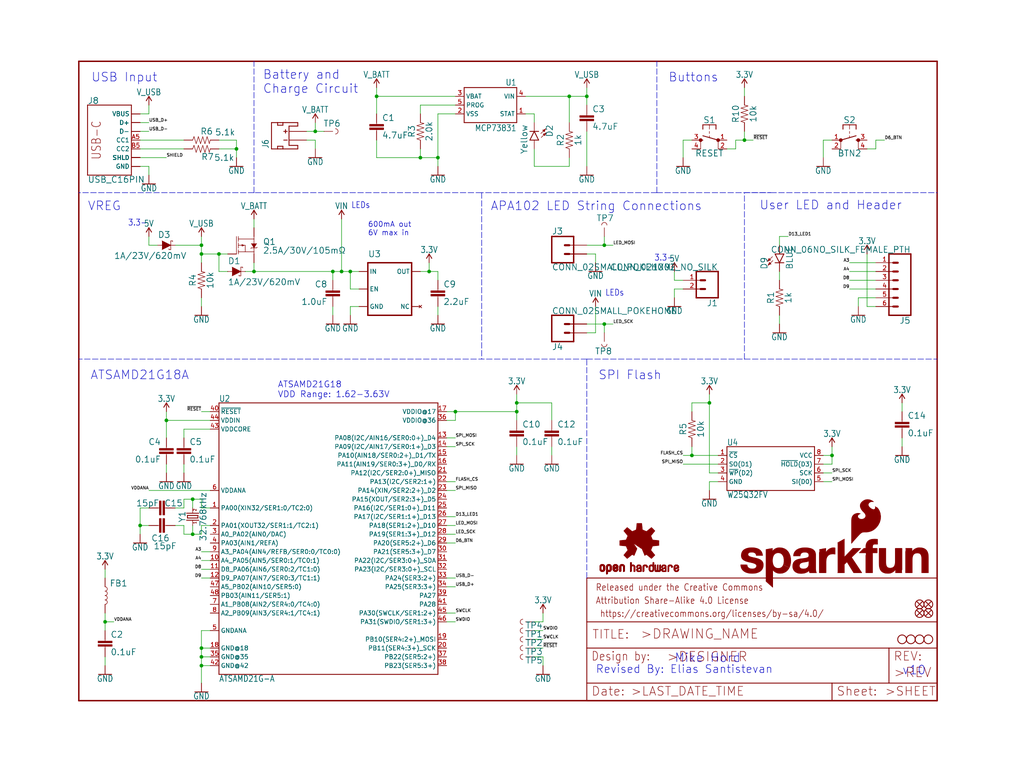
<source format=kicad_sch>
(kicad_sch (version 20211123) (generator eeschema)
  (paper "User" 297.002 224.434)
  (lib_symbols
    (symbol "eagleSchem-eagle-import:0.1UF-0603-25V-(+80{slash}-20%)"
      (property "Reference" "C" (at 1.524 2.921 0))
      (property "Value" "0.1UF-0603-25V-(+80{slash}-20%)" (at 1.524 -2.159 0))
      (symbol "0.1UF-0603-25V-(+80{slash}-20%)_1_0"
        (pin passive line (at 0 5.08 270) (length 2.54) (name "1") (number "1"))
        (pin passive line (at 0 -2.54 90) (length 2.54) (name "2") (number "2"))
      )
    )
    (symbol "eagleSchem-eagle-import:1.0UF-0805-25V-10%"
      (property "Reference" "C" (at 1.524 2.921 0))
      (property "Value" "1.0UF-0805-25V-10%" (at 1.524 -2.159 0))
      (symbol "1.0UF-0805-25V-10%_1_0"
        (pin passive line (at 0 5.08 270) (length 2.54) (name "1") (number "1"))
        (pin passive line (at 0 -2.54 90) (length 2.54) (name "2") (number "2"))
      )
    )
    (symbol "eagleSchem-eagle-import:10KOHM-0603-1{slash}10W-1%"
      (property "Reference" "R" (at 0 1.524 0))
      (property "Value" "10KOHM-0603-1{slash}10W-1%" (at 0 -1.524 0))
      (symbol "10KOHM-0603-1{slash}10W-1%_1_0"
        (pin passive line (at -5.08 0 0) (length 2.54) (name "1") (number "1"))
        (pin passive line (at 5.08 0 180) (length 2.54) (name "2") (number "2"))
      )
    )
    (symbol "eagleSchem-eagle-import:15PF-0603-50V-5%"
      (property "Reference" "C" (at 1.524 2.921 0))
      (property "Value" "15PF-0603-50V-5%" (at 1.524 -2.159 0))
      (symbol "15PF-0603-50V-5%_1_0"
        (pin passive line (at 0 5.08 270) (length 2.54) (name "1") (number "1"))
        (pin passive line (at 0 -2.54 90) (length 2.54) (name "2") (number "2"))
      )
    )
    (symbol "eagleSchem-eagle-import:1KOHM-0603-1{slash}10W-1%"
      (property "Reference" "R" (at 0 1.524 0))
      (property "Value" "1KOHM-0603-1{slash}10W-1%" (at 0 -1.524 0))
      (symbol "1KOHM-0603-1{slash}10W-1%_1_0"
        (pin passive line (at -5.08 0 0) (length 2.54) (name "1") (number "1"))
        (pin passive line (at 5.08 0 180) (length 2.54) (name "2") (number "2"))
      )
    )
    (symbol "eagleSchem-eagle-import:2.0KOHM-0603-1{slash}10W-5%"
      (property "Reference" "R" (at 0 1.524 0))
      (property "Value" "2.0KOHM-0603-1{slash}10W-5%" (at 0 -1.524 0))
      (symbol "2.0KOHM-0603-1{slash}10W-5%_1_0"
        (pin passive line (at -5.08 0 0) (length 2.54) (name "1") (number "1"))
        (pin passive line (at 5.08 0 180) (length 2.54) (name "2") (number "2"))
      )
    )
    (symbol "eagleSchem-eagle-import:2.2UF-0603-10V-20%"
      (property "Reference" "C" (at 1.524 2.921 0))
      (property "Value" "2.2UF-0603-10V-20%" (at 1.524 -2.159 0))
      (symbol "2.2UF-0603-10V-20%_1_0"
        (pin passive line (at 0 5.08 270) (length 2.54) (name "1") (number "1"))
        (pin passive line (at 0 -2.54 90) (length 2.54) (name "2") (number "2"))
      )
    )
    (symbol "eagleSchem-eagle-import:3.3V" (power)
      (property "Value" "3.3V" (at 0 2.794 0))
      (symbol "3.3V_1_0"
        (pin power_in line (at 0 0 90) (length 2.54) (name "3.3V") (number "1"))
      )
    )
    (symbol "eagleSchem-eagle-import:4.7UF-0603-6.3V-(10%)"
      (property "Reference" "C" (at 1.524 2.921 0))
      (property "Value" "4.7UF-0603-6.3V-(10%)" (at 1.524 -2.159 0))
      (symbol "4.7UF-0603-6.3V-(10%)_1_0"
        (pin passive line (at 0 5.08 270) (length 2.54) (name "1") (number "1"))
        (pin passive line (at 0 -2.54 90) (length 2.54) (name "2") (number "2"))
      )
    )
    (symbol "eagleSchem-eagle-import:5.1KOHM5.1KOHM-0603-1{slash}10W-1%"
      (property "Reference" "R" (at 0 1.524 0))
      (property "Value" "5.1KOHM5.1KOHM-0603-1{slash}10W-1%" (at 0 -1.524 0))
      (symbol "5.1KOHM5.1KOHM-0603-1{slash}10W-1%_1_0"
        (pin passive line (at -5.08 0 0) (length 2.54) (name "1") (number "1"))
        (pin passive line (at 5.08 0 180) (length 2.54) (name "2") (number "2"))
      )
    )
    (symbol "eagleSchem-eagle-import:5V" (power)
      (property "Value" "5V" (at 0 2.794 0))
      (symbol "5V_1_0"
        (pin power_in line (at 0 0 90) (length 2.54) (name "5V") (number "1"))
      )
    )
    (symbol "eagleSchem-eagle-import:ATSAMD21G-A"
      (property "Reference" "U" (at -30.48 45.974 0))
      (property "Value" "ATSAMD21G-A" (at -30.48 -33.274 0))
      (symbol "ATSAMD21G-A_1_0"
        (pin bidirectional line (at -33.02 15.24 0) (length 2.54) (name "PA00(XIN32/SER1:0/TC2:0)") (number "1"))
        (pin bidirectional line (at -33.02 0 0) (length 2.54) (name "A4_PA05(AIN5/SER0:1/TC0:1)") (number "10"))
        (pin bidirectional line (at -33.02 -2.54 0) (length 2.54) (name "D8_PA06(AIN6/SER0:2/TC1:0)") (number "11"))
        (pin bidirectional line (at -33.02 -5.08 0) (length 2.54) (name "D9_PA07(AIN7/SER0:3/TC1:1)") (number "12"))
        (pin bidirectional line (at 35.56 35.56 180) (length 2.54) (name "PA08(I2C/AIN16/SER0:0+)_D4") (number "13"))
        (pin bidirectional line (at 35.56 33.02 180) (length 2.54) (name "PA09(I2C/AIN17/SER0:1+)_D3") (number "14"))
        (pin bidirectional line (at 35.56 30.48 180) (length 2.54) (name "PA10(AIN18/SER0:2+)_D1/TX") (number "15"))
        (pin bidirectional line (at 35.56 27.94 180) (length 2.54) (name "PA11(AIN19/SER0:3+)_D0/RX") (number "16"))
        (pin bidirectional line (at 35.56 43.18 180) (length 2.54) (name "VDDIO@17") (number "17"))
        (pin bidirectional line (at -33.02 -25.4 0) (length 2.54) (name "GND@18") (number "18"))
        (pin bidirectional line (at 35.56 -22.86 180) (length 2.54) (name "PB10(SER4:2+)_MOSI") (number "19"))
        (pin bidirectional line (at -33.02 10.16 0) (length 2.54) (name "PA01(XOUT32/SER1:1/TC2:1)") (number "2"))
        (pin bidirectional line (at 35.56 -25.4 180) (length 2.54) (name "PB11(SER4:3+)_SCK") (number "20"))
        (pin bidirectional line (at 35.56 25.4 180) (length 2.54) (name "PA12(I2C/SER2:0+)_MISO") (number "21"))
        (pin bidirectional line (at 35.56 22.86 180) (length 2.54) (name "PA13(I2C/SER2:1+)") (number "22"))
        (pin bidirectional line (at 35.56 20.32 180) (length 2.54) (name "PA14(XIN/SER2:2+)_D2") (number "23"))
        (pin bidirectional line (at 35.56 17.78 180) (length 2.54) (name "PA15(XOUT/SER2:3+)_D5") (number "24"))
        (pin bidirectional line (at 35.56 15.24 180) (length 2.54) (name "PA16(I2C/SER1:0+)_D11") (number "25"))
        (pin bidirectional line (at 35.56 12.7 180) (length 2.54) (name "PA17(I2C/SER1:1+)_D13") (number "26"))
        (pin bidirectional line (at 35.56 10.16 180) (length 2.54) (name "PA18(SER1:2+)_D10") (number "27"))
        (pin bidirectional line (at 35.56 7.62 180) (length 2.54) (name "PA19(SER1:3+)_D12") (number "28"))
        (pin bidirectional line (at 35.56 5.08 180) (length 2.54) (name "PA20(SER5:2+)_D6") (number "29"))
        (pin bidirectional line (at -33.02 7.62 0) (length 2.54) (name "A0_PA02(AIN0/DAC)") (number "3"))
        (pin bidirectional line (at 35.56 2.54 180) (length 2.54) (name "PA21(SER5:3+)_D7") (number "30"))
        (pin bidirectional line (at 35.56 0 180) (length 2.54) (name "PA22(I2C/SER3:0+)_SDA") (number "31"))
        (pin bidirectional line (at 35.56 -2.54 180) (length 2.54) (name "PA23(I2C/SER3:0+)_SCL") (number "32"))
        (pin bidirectional line (at 35.56 -5.08 180) (length 2.54) (name "PA24(SER3:2+)") (number "33"))
        (pin bidirectional line (at 35.56 -7.62 180) (length 2.54) (name "PA25(SER3:3+)") (number "34"))
        (pin bidirectional line (at -33.02 -27.94 0) (length 2.54) (name "GND@35") (number "35"))
        (pin bidirectional line (at 35.56 40.64 180) (length 2.54) (name "VDDIO@36") (number "36"))
        (pin bidirectional line (at 35.56 -27.94 180) (length 2.54) (name "PB22(SER5:2+)") (number "37"))
        (pin bidirectional line (at 35.56 -30.48 180) (length 2.54) (name "PB23(SER5:3+)") (number "38"))
        (pin bidirectional line (at 35.56 -10.16 180) (length 2.54) (name "PA27") (number "39"))
        (pin bidirectional line (at -33.02 5.08 0) (length 2.54) (name "PA03(AIN1/REFA)") (number "4"))
        (pin bidirectional line (at -33.02 43.18 0) (length 2.54) (name "~{RESET}") (number "40"))
        (pin bidirectional line (at 35.56 -12.7 180) (length 2.54) (name "PA28") (number "41"))
        (pin bidirectional line (at -33.02 -30.48 0) (length 2.54) (name "GND@42") (number "42"))
        (pin bidirectional line (at -33.02 38.1 0) (length 2.54) (name "VDDCORE") (number "43"))
        (pin bidirectional line (at -33.02 40.64 0) (length 2.54) (name "VDDIN") (number "44"))
        (pin bidirectional line (at 35.56 -15.24 180) (length 2.54) (name "PA30(SWCLK/SER1:2+)") (number "45"))
        (pin bidirectional line (at 35.56 -17.78 180) (length 2.54) (name "PA31(SWDIO/SER1:3+)") (number "46"))
        (pin bidirectional line (at -33.02 -7.62 0) (length 2.54) (name "A5_PB02(AIN10/SER5:0)") (number "47"))
        (pin bidirectional line (at -33.02 -10.16 0) (length 2.54) (name "PB03(AIN11/SER5:1)") (number "48"))
        (pin bidirectional line (at -33.02 -20.32 0) (length 2.54) (name "GNDANA") (number "5"))
        (pin bidirectional line (at -33.02 20.32 0) (length 2.54) (name "VDDANA") (number "6"))
        (pin bidirectional line (at -33.02 -12.7 0) (length 2.54) (name "A1_PB08(AIN2/SER4:0/TC4:0)") (number "7"))
        (pin bidirectional line (at -33.02 -15.24 0) (length 2.54) (name "A2_PB09(AIN3/SER4:1/TC4:1)") (number "8"))
        (pin bidirectional line (at -33.02 2.54 0) (length 2.54) (name "A3_PA04(AIN4/REFB/SER0:0/TC0:0)") (number "9"))
      )
    )
    (symbol "eagleSchem-eagle-import:CONN_021X02_NO_SILK"
      (property "Reference" "J" (at -2.54 5.588 0))
      (property "Value" "CONN_021X02_NO_SILK" (at -2.54 -4.826 0))
      (symbol "CONN_021X02_NO_SILK_1_0"
        (pin passive line (at 7.62 0 180) (length 5.08) (name "1") (number "1"))
        (pin passive line (at 7.62 2.54 180) (length 5.08) (name "2") (number "2"))
      )
    )
    (symbol "eagleSchem-eagle-import:CONN_02SMALL_POKEHOME"
      (property "Reference" "J" (at -2.54 5.588 0))
      (property "Value" "CONN_02SMALL_POKEHOME" (at -2.54 -4.826 0))
      (symbol "CONN_02SMALL_POKEHOME_1_0"
        (pin passive line (at 7.62 0 180) (length 5.08) (name "1") (number "P1"))
        (pin passive line (at 7.62 2.54 180) (length 5.08) (name "2") (number "P2"))
        (pin passive line (at 7.62 0 180) (length 5.08) (name "1") (number "P3"))
        (pin passive line (at 7.62 2.54 180) (length 5.08) (name "2") (number "P4"))
      )
    )
    (symbol "eagleSchem-eagle-import:CONN_06NO_SILK_FEMALE_PTH"
      (property "Reference" "J" (at -5.08 10.668 0))
      (property "Value" "CONN_06NO_SILK_FEMALE_PTH" (at -5.08 -9.906 0))
      (symbol "CONN_06NO_SILK_FEMALE_PTH_1_0"
        (pin passive line (at 5.08 -5.08 180) (length 5.08) (name "1") (number "1"))
        (pin passive line (at 5.08 -2.54 180) (length 5.08) (name "2") (number "2"))
        (pin passive line (at 5.08 0 180) (length 5.08) (name "3") (number "3"))
        (pin passive line (at 5.08 2.54 180) (length 5.08) (name "4") (number "4"))
        (pin passive line (at 5.08 5.08 180) (length 5.08) (name "5") (number "5"))
        (pin passive line (at 5.08 7.62 180) (length 5.08) (name "6") (number "6"))
      )
    )
    (symbol "eagleSchem-eagle-import:CRYSTAL-32.768KHZSMD-3.2X1.5"
      (property "Reference" "Y" (at 0 2.032 0))
      (property "Value" "CRYSTAL-32.768KHZSMD-3.2X1.5" (at 0 -2.032 0))
      (symbol "CRYSTAL-32.768KHZSMD-3.2X1.5_1_0"
        (text "1" (at -2.159 -1.143 0) (effects (font (size 0.8636 0.734)) (justify left bottom)))
        (text "2" (at 1.524 -1.143 0) (effects (font (size 0.8636 0.734)) (justify left bottom)))
        (pin passive line (at -2.54 0 0) (length 0) (name "1") (number "P$1"))
        (pin passive line (at 2.54 0 180) (length 0) (name "2") (number "P$2"))
      )
    )
    (symbol "eagleSchem-eagle-import:DIODE-SCHOTTKY-BAT20J"
      (property "Reference" "D" (at -2.54 2.032 0))
      (property "Value" "DIODE-SCHOTTKY-BAT20J" (at -2.54 -2.032 0))
      (symbol "DIODE-SCHOTTKY-BAT20J_1_0"
        (pin passive line (at -2.54 0 0) (length 0) (name "A") (number "A"))
        (pin passive line (at 2.54 0 180) (length 0) (name "C") (number "C"))
      )
    )
    (symbol "eagleSchem-eagle-import:FIDUCIALUFIDUCIAL")
    (symbol "eagleSchem-eagle-import:FRAME-LETTER"
      (symbol "FRAME-LETTER_2_0"
        (text " https://creativecommons.org/licenses/by-sa/4.0/" (at 2.54 24.13 0) (effects (font (size 1.9304 1.6408)) (justify left bottom)))
        (text ">DESIGNER" (at 23.114 11.176 0) (effects (font (size 2.7432 2.7432)) (justify left bottom)))
        (text ">DRAWING_NAME" (at 15.494 17.78 0) (effects (font (size 2.7432 2.7432)) (justify left bottom)))
        (text ">LAST_DATE_TIME" (at 12.7 1.27 0) (effects (font (size 2.54 2.54)) (justify left bottom)))
        (text ">REV" (at 88.9 6.604 0) (effects (font (size 2.7432 2.7432)) (justify left bottom)))
        (text ">SHEET" (at 86.36 1.27 0) (effects (font (size 2.54 2.54)) (justify left bottom)))
        (text "Attribution Share-Alike 4.0 License" (at 2.54 27.94 0) (effects (font (size 1.9304 1.6408)) (justify left bottom)))
        (text "Date:" (at 1.27 1.27 0) (effects (font (size 2.54 2.54)) (justify left bottom)))
        (text "Design by:" (at 1.27 11.43 0) (effects (font (size 2.54 2.159)) (justify left bottom)))
        (text "Released under the Creative Commons" (at 2.54 31.75 0) (effects (font (size 1.9304 1.6408)) (justify left bottom)))
        (text "REV:" (at 88.9 11.43 0) (effects (font (size 2.54 2.54)) (justify left bottom)))
        (text "Sheet:" (at 72.39 1.27 0) (effects (font (size 2.54 2.54)) (justify left bottom)))
        (text "TITLE:" (at 1.524 17.78 0) (effects (font (size 2.54 2.54)) (justify left bottom)))
      )
    )
    (symbol "eagleSchem-eagle-import:GND" (power)
      (property "Value" "GND" (at 0 -0.254 0))
      (symbol "GND_1_0"
        (pin power_in line (at 0 2.54 270) (length 2.54) (name "GND") (number "1"))
      )
    )
    (symbol "eagleSchem-eagle-import:INDUCTORFB-30OHM"
      (property "Reference" "L" (at 1.27 2.54 0))
      (property "Value" "INDUCTORFB-30OHM" (at 1.27 -2.54 0))
      (symbol "INDUCTORFB-30OHM_1_0"
        (pin passive line (at 0 5.08 270) (length 2.54) (name "1") (number "1"))
        (pin passive line (at 0 -5.08 90) (length 2.54) (name "2") (number "2"))
      )
    )
    (symbol "eagleSchem-eagle-import:JST_2MM_MALE"
      (property "Reference" "J" (at -2.54 5.842 0))
      (symbol "JST_2MM_MALE_1_0"
        (pin bidirectional line (at 0 -5.08 90) (length 5.08) (name "-") (number "1"))
        (pin bidirectional line (at 2.54 -5.08 90) (length 5.08) (name "+") (number "2"))
        (pin bidirectional line (at -2.54 2.54 90) (length 0) (name "PAD1") (number "NC1"))
        (pin bidirectional line (at 5.08 2.54 90) (length 0) (name "PAD2") (number "NC2"))
      )
    )
    (symbol "eagleSchem-eagle-import:LED-BLUE0603"
      (property "Reference" "D" (at -3.429 -4.572 90))
      (property "Value" "LED-BLUE0603" (at 1.905 -4.572 90))
      (symbol "LED-BLUE0603_1_0"
        (pin passive line (at 0 2.54 270) (length 2.54) (name "A") (number "A"))
        (pin passive line (at 0 -5.08 90) (length 2.54) (name "C") (number "C"))
      )
    )
    (symbol "eagleSchem-eagle-import:LED-YELLOW0603"
      (property "Reference" "D" (at -3.429 -4.572 90))
      (property "Value" "LED-YELLOW0603" (at 1.905 -4.572 90))
      (symbol "LED-YELLOW0603_1_0"
        (pin passive line (at 0 2.54 270) (length 2.54) (name "A") (number "A"))
        (pin passive line (at 0 -5.08 90) (length 2.54) (name "C") (number "C"))
      )
    )
    (symbol "eagleSchem-eagle-import:MCP73831"
      (property "Reference" "U" (at -7.62 5.588 0))
      (property "Value" "MCP73831" (at -7.62 -7.62 0))
      (symbol "MCP73831_1_0"
        (pin output line (at -10.16 -2.54 0) (length 2.54) (name "STAT") (number "1"))
        (pin power_in line (at 10.16 -2.54 180) (length 2.54) (name "VSS") (number "2"))
        (pin power_in line (at 10.16 2.54 180) (length 2.54) (name "VBAT") (number "3"))
        (pin power_in line (at -10.16 2.54 0) (length 2.54) (name "VIN") (number "4"))
        (pin input line (at 10.16 0 180) (length 2.54) (name "PROG") (number "5"))
      )
    )
    (symbol "eagleSchem-eagle-import:MOMENTARY-SWITCH-SPST-2-SMD-4.6X2.8MM"
      (property "Reference" "S" (at 0 4.826 0))
      (property "Value" "MOMENTARY-SWITCH-SPST-2-SMD-4.6X2.8MM" (at 0 -2.794 0))
      (symbol "MOMENTARY-SWITCH-SPST-2-SMD-4.6X2.8MM_1_0"
        (pin passive line (at -5.08 0 0) (length 2.54) (name "1") (number "1"))
        (pin passive line (at -5.08 -2.54 0) (length 2.54) (name "2") (number "2"))
        (pin passive line (at 5.08 0 180) (length 2.54) (name "3") (number "3"))
        (pin passive line (at 5.08 -2.54 180) (length 2.54) (name "4") (number "4"))
      )
    )
    (symbol "eagleSchem-eagle-import:MOSFET_PCH-DMG2307L"
      (property "Reference" "Q" (at 5.08 0 0))
      (property "Value" "MOSFET_PCH-DMG2307L" (at 5.08 -2.54 0))
      (symbol "MOSFET_PCH-DMG2307L_1_0"
        (pin bidirectional line (at -5.08 -2.54 0) (length 2.54) (name "G") (number "1"))
        (pin bidirectional line (at 2.54 -5.08 90) (length 2.54) (name "S") (number "2"))
        (pin bidirectional line (at 2.54 5.08 270) (length 2.54) (name "D") (number "3"))
      )
    )
    (symbol "eagleSchem-eagle-import:OSHW-LOGOM")
    (symbol "eagleSchem-eagle-import:SFE_LOGO_NAME_FLAME.2_INCH")
    (symbol "eagleSchem-eagle-import:STAND-OFF")
    (symbol "eagleSchem-eagle-import:TEST-POINT3X4"
      (property "Reference" "TP" (at -2.54 2.54 0))
      (property "Value" "TEST-POINT3X4" (at -2.54 -2.54 0))
      (symbol "TEST-POINT3X4_1_0"
        (pin bidirectional line (at 0 0 180) (length 0) (name "1") (number "P$1"))
      )
    )
    (symbol "eagleSchem-eagle-import:TEST-POINT3X5"
      (property "Reference" "TP" (at -2.54 2.54 0))
      (property "Value" "TEST-POINT3X5" (at -2.54 -2.54 0))
      (symbol "TEST-POINT3X5_1_0"
        (pin bidirectional line (at 0 0 180) (length 0) (name "1") (number "P$1"))
      )
    )
    (symbol "eagleSchem-eagle-import:USB_C16PIN"
      (property "Reference" "J" (at -2.54 10.414 0))
      (property "Value" "USB_C16PIN" (at -2.54 -12.446 0))
      (symbol "USB_C16PIN_1_0"
        (text "USB-C" (at 0 0 900) (effects (font (size 2.54 2.159))))
        (pin bidirectional line (at 12.7 0 180) (length 2.54) (name "CC1") (number "A5"))
        (pin bidirectional line (at 12.7 5.08 180) (length 2.54) (name "D+") (number "A6"))
        (pin bidirectional line (at 12.7 2.54 180) (length 2.54) (name "D-") (number "A7"))
        (pin bidirectional line (at 12.7 -2.54 180) (length 2.54) (name "CC2") (number "B5"))
        (pin bidirectional line (at 12.7 5.08 180) (length 2.54) (name "D+") (number "B6"))
        (pin bidirectional line (at 12.7 2.54 180) (length 2.54) (name "D-") (number "B7"))
        (pin bidirectional line (at 12.7 -7.62 180) (length 2.54) (name "GND") (number "GND"))
        (pin bidirectional line (at 12.7 -7.62 180) (length 2.54) (name "GND") (number "GND2"))
        (pin bidirectional line (at 12.7 -5.08 180) (length 2.54) (name "SHLD") (number "SHLD1"))
        (pin bidirectional line (at 12.7 -5.08 180) (length 2.54) (name "SHLD") (number "SHLD2"))
        (pin bidirectional line (at 12.7 -5.08 180) (length 2.54) (name "SHLD") (number "SHLD3"))
        (pin bidirectional line (at 12.7 -5.08 180) (length 2.54) (name "SHLD") (number "SHLD4"))
        (pin bidirectional line (at 12.7 -5.08 180) (length 2.54) (name "SHLD") (number "SHLD5"))
        (pin bidirectional line (at 12.7 -5.08 180) (length 2.54) (name "SHLD") (number "SHLD6"))
        (pin bidirectional line (at 12.7 -5.08 180) (length 2.54) (name "SHLD") (number "SHLD7"))
        (pin bidirectional line (at 12.7 -5.08 180) (length 2.54) (name "SHLD") (number "SHLD8"))
        (pin bidirectional line (at 12.7 7.62 180) (length 2.54) (name "VBUS") (number "VBUS1"))
        (pin bidirectional line (at 12.7 7.62 180) (length 2.54) (name "VBUS") (number "VBUS2"))
      )
    )
    (symbol "eagleSchem-eagle-import:VIN" (power)
      (property "Value" "VIN" (at 0 2.794 0))
      (symbol "VIN_1_0"
        (pin power_in line (at 0 0 90) (length 2.54) (name "VIN") (number "1"))
      )
    )
    (symbol "eagleSchem-eagle-import:V_BATT" (power)
      (property "Value" "V_BATT" (at 0 2.794 0))
      (symbol "V_BATT_1_0"
        (pin power_in line (at 0 0 90) (length 2.54) (name "V_BATT") (number "1"))
      )
    )
    (symbol "eagleSchem-eagle-import:V_REG_AP2112K-3.3V"
      (property "Reference" "U" (at -7.62 7.874 0))
      (property "Value" "V_REG_AP2112K-3.3V" (at -7.62 -7.874 0))
      (symbol "V_REG_AP2112K-3.3V_1_0"
        (pin input line (at -10.16 5.08 0) (length 2.54) (name "IN") (number "1"))
        (pin input line (at -10.16 -5.08 0) (length 2.54) (name "GND") (number "2"))
        (pin input line (at -10.16 0 0) (length 2.54) (name "EN") (number "3"))
        (pin no_connect line (at 7.62 -5.08 180) (length 2.54) (name "NC") (number "4"))
        (pin passive line (at 7.62 5.08 180) (length 2.54) (name "OUT") (number "5"))
      )
    )
    (symbol "eagleSchem-eagle-import:V_USB" (power)
      (property "Value" "V_USB" (at 0 2.794 0))
      (symbol "V_USB_1_0"
        (pin power_in line (at 0 0 90) (length 2.54) (name "V_USB") (number "1"))
      )
    )
    (symbol "eagleSchem-eagle-import:W25Q32FVSS"
      (property "Reference" "U" (at -12.7 5.334 0))
      (property "Value" "W25Q32FVSS" (at -12.7 -7.874 0))
      (symbol "W25Q32FVSS_1_0"
        (pin bidirectional line (at -15.24 2.54 0) (length 2.54) (name "~{CS}") (number "1"))
        (pin bidirectional line (at -15.24 0 0) (length 2.54) (name "SO(D1)") (number "2"))
        (pin bidirectional line (at -15.24 -2.54 0) (length 2.54) (name "~{WP}(D2)") (number "3"))
        (pin bidirectional line (at -15.24 -5.08 0) (length 2.54) (name "GND") (number "4"))
        (pin bidirectional line (at 15.24 -5.08 180) (length 2.54) (name "SI(D0)") (number "5"))
        (pin bidirectional line (at 15.24 -2.54 180) (length 2.54) (name "SCK") (number "6"))
        (pin bidirectional line (at 15.24 0 180) (length 2.54) (name "~{HOLD}(D3)") (number "7"))
        (pin bidirectional line (at 15.24 2.54 180) (length 2.54) (name "VCC") (number "8"))
      )
    )
  )
  (junction (at 58.42 73.66))
  (junction (at 58.42 193.04))
  (junction (at 58.42 187.96))
  (junction (at 63.5 73.66))
  (junction (at 73.66 78.74))
  (junction (at 58.42 190.5))
  (junction (at 200.66 132.08))
  (junction (at 127 45.72))
  (junction (at 48.26 121.92))
  (junction (at 132.08 119.38))
  (junction (at 241.3 132.08))
  (junction (at 165.1 27.94))
  (junction (at 55.88 144.78))
  (junction (at 101.6 78.74))
  (junction (at 68.58 43.18))
  (junction (at 30.48 180.34))
  (junction (at 91.44 38.1))
  (junction (at 175.26 71.12))
  (junction (at 149.86 116.84))
  (junction (at 215.9 40.64))
  (junction (at 170.18 27.94))
  (junction (at 205.74 116.84))
  (junction (at 96.52 78.74))
  (junction (at 175.26 93.98))
  (junction (at 109.22 27.94))
  (junction (at 121.92 45.72))
  (junction (at 99.06 78.74))
  (junction (at 58.42 71.12))
  (junction (at 124.46 78.74))
  (junction (at 149.86 119.38))
  (junction (at 40.64 152.4))
  (junction (at 55.88 154.94))
  (wire (pts (xy 99.06 63.5) (xy 99.06 78.74)))
  (wire (pts (xy 165.1 48.26) (xy 165.1 45.72)))
  (wire (pts (xy 132.08 121.92) (xy 132.08 119.38)))
  (wire (pts (xy 261.62 129.54) (xy 261.62 127)))
  (wire (pts (xy 48.26 137.16) (xy 48.26 134.62)))
  (wire (pts (xy 154.94 43.18) (xy 154.94 48.26)))
  (wire (pts (xy 195.58 83.82) (xy 195.58 86.36)))
  (wire (pts (xy 170.18 73.66) (xy 172.72 73.66)))
  (wire (pts (xy 48.26 121.92) (xy 48.26 127)))
  (wire (pts (xy 53.34 147.32) (xy 50.8 147.32)))
  (wire (pts (xy 88.9 38.1) (xy 91.44 38.1)))
  (wire (pts (xy 175.26 96.52) (xy 175.26 93.98)))
  (wire (pts (xy 198.12 81.28) (xy 195.58 81.28)))
  (wire (pts (xy 154.94 187.96) (xy 157.48 187.96)))
  (wire (pts (xy 149.86 116.84) (xy 149.86 114.3)))
  (wire (pts (xy 165.1 35.56) (xy 165.1 27.94)))
  (wire (pts (xy 254 86.36) (xy 248.92 86.36)))
  (wire (pts (xy 40.64 152.4) (xy 40.64 154.94)))
  (wire (pts (xy 172.72 73.66) (xy 172.72 76.2)))
  (wire (pts (xy 200.66 40.64) (xy 198.12 40.64)))
  (wire (pts (xy 60.96 124.46) (xy 53.34 124.46)))
  (wire (pts (xy 104.14 88.9) (xy 101.6 88.9)))
  (wire (pts (xy 226.06 68.58) (xy 228.6 68.58)))
  (wire (pts (xy 129.54 142.24) (xy 132.08 142.24)))
  (wire (pts (xy 53.34 154.94) (xy 53.34 152.4)))
  (wire (pts (xy 58.42 88.9) (xy 58.42 86.36)))
  (wire (pts (xy 58.42 144.78) (xy 55.88 144.78)))
  (wire (pts (xy 154.94 48.26) (xy 165.1 48.26)))
  (wire (pts (xy 60.96 187.96) (xy 58.42 187.96)))
  (wire (pts (xy 58.42 190.5) (xy 58.42 193.04)))
  (wire (pts (xy 40.64 43.18) (xy 53.34 43.18)))
  (wire (pts (xy 55.88 144.78) (xy 53.34 144.78)))
  (wire (pts (xy 121.92 33.02) (xy 121.92 30.48)))
  (wire (pts (xy 58.42 154.94) (xy 55.88 154.94)))
  (wire (pts (xy 68.58 43.18) (xy 68.58 45.72)))
  (wire (pts (xy 60.96 190.5) (xy 58.42 190.5)))
  (polyline (pts (xy 139.7 55.88) (xy 139.7 104.14)))
  (wire (pts (xy 198.12 40.64) (xy 198.12 45.72)))
  (wire (pts (xy 63.5 40.64) (xy 68.58 40.64)))
  (wire (pts (xy 88.9 40.64) (xy 91.44 40.64)))
  (wire (pts (xy 175.26 71.12) (xy 175.26 68.58)))
  (wire (pts (xy 55.88 147.32) (xy 55.88 144.78)))
  (wire (pts (xy 33.02 180.34) (xy 30.48 180.34)))
  (wire (pts (xy 127 33.02) (xy 127 45.72)))
  (wire (pts (xy 129.54 119.38) (xy 132.08 119.38)))
  (wire (pts (xy 101.6 83.82) (xy 101.6 78.74)))
  (wire (pts (xy 104.14 78.74) (xy 101.6 78.74)))
  (wire (pts (xy 170.18 48.26) (xy 170.18 38.1)))
  (wire (pts (xy 60.96 142.24) (xy 43.18 142.24)))
  (wire (pts (xy 238.76 139.7) (xy 241.3 139.7)))
  (wire (pts (xy 154.94 185.42) (xy 157.48 185.42)))
  (wire (pts (xy 238.76 137.16) (xy 241.3 137.16)))
  (wire (pts (xy 124.46 78.74) (xy 127 78.74)))
  (wire (pts (xy 63.5 73.66) (xy 66.04 73.66)))
  (wire (pts (xy 43.18 68.58) (xy 43.18 71.12)))
  (wire (pts (xy 157.48 190.5) (xy 157.48 193.04)))
  (wire (pts (xy 170.18 93.98) (xy 175.26 93.98)))
  (wire (pts (xy 210.82 43.18) (xy 213.36 43.18)))
  (wire (pts (xy 43.18 33.02) (xy 43.18 30.48)))
  (polyline (pts (xy 215.9 104.14) (xy 271.78 104.14)))
  (wire (pts (xy 40.64 48.26) (xy 43.18 48.26)))
  (wire (pts (xy 127 45.72) (xy 127 48.26)))
  (wire (pts (xy 251.46 88.9) (xy 251.46 73.66)))
  (wire (pts (xy 129.54 170.18) (xy 132.08 170.18)))
  (wire (pts (xy 261.62 116.84) (xy 261.62 119.38)))
  (wire (pts (xy 63.5 78.74) (xy 63.5 73.66)))
  (wire (pts (xy 241.3 134.62) (xy 241.3 132.08)))
  (wire (pts (xy 226.06 93.98) (xy 226.06 91.44)))
  (polyline (pts (xy 190.5 55.88) (xy 223.52 55.88)))
  (wire (pts (xy 215.9 40.64) (xy 218.44 40.64)))
  (wire (pts (xy 170.18 71.12) (xy 175.26 71.12)))
  (wire (pts (xy 154.94 33.02) (xy 154.94 35.56)))
  (polyline (pts (xy 190.5 55.88) (xy 190.5 17.78)))
  (wire (pts (xy 170.18 27.94) (xy 170.18 30.48)))
  (wire (pts (xy 149.86 119.38) (xy 149.86 116.84)))
  (wire (pts (xy 213.36 40.64) (xy 215.9 40.64)))
  (wire (pts (xy 60.96 121.92) (xy 48.26 121.92)))
  (wire (pts (xy 109.22 45.72) (xy 109.22 40.64)))
  (wire (pts (xy 149.86 116.84) (xy 160.02 116.84)))
  (wire (pts (xy 213.36 43.18) (xy 213.36 40.64)))
  (wire (pts (xy 172.72 96.52) (xy 172.72 88.9)))
  (polyline (pts (xy 190.5 55.88) (xy 139.7 55.88)))
  (wire (pts (xy 43.18 35.56) (xy 40.64 35.56)))
  (wire (pts (xy 127 91.44) (xy 127 88.9)))
  (polyline (pts (xy 223.52 55.88) (xy 271.78 55.88)))
  (wire (pts (xy 55.88 152.4) (xy 55.88 154.94)))
  (wire (pts (xy 200.66 119.38) (xy 200.66 116.84)))
  (wire (pts (xy 73.66 78.74) (xy 96.52 78.74)))
  (wire (pts (xy 40.64 45.72) (xy 48.26 45.72)))
  (wire (pts (xy 205.74 139.7) (xy 205.74 142.24)))
  (wire (pts (xy 160.02 132.08) (xy 160.02 129.54)))
  (wire (pts (xy 58.42 76.2) (xy 58.42 73.66)))
  (wire (pts (xy 129.54 154.94) (xy 132.08 154.94)))
  (wire (pts (xy 238.76 40.64) (xy 238.76 45.72)))
  (wire (pts (xy 121.92 45.72) (xy 121.92 43.18)))
  (wire (pts (xy 53.34 152.4) (xy 50.8 152.4)))
  (wire (pts (xy 58.42 182.88) (xy 58.42 187.96)))
  (wire (pts (xy 129.54 180.34) (xy 132.08 180.34)))
  (wire (pts (xy 121.92 78.74) (xy 124.46 78.74)))
  (wire (pts (xy 40.64 33.02) (xy 43.18 33.02)))
  (wire (pts (xy 200.66 116.84) (xy 205.74 116.84)))
  (wire (pts (xy 215.9 38.1) (xy 215.9 40.64)))
  (wire (pts (xy 157.48 180.34) (xy 157.48 177.8)))
  (wire (pts (xy 101.6 78.74) (xy 99.06 78.74)))
  (polyline (pts (xy 215.9 104.14) (xy 215.9 55.88)))
  (wire (pts (xy 200.66 132.08) (xy 198.12 132.08)))
  (wire (pts (xy 109.22 25.4) (xy 109.22 27.94)))
  (wire (pts (xy 200.66 129.54) (xy 200.66 132.08)))
  (wire (pts (xy 58.42 187.96) (xy 58.42 190.5)))
  (wire (pts (xy 154.94 190.5) (xy 157.48 190.5)))
  (wire (pts (xy 60.96 147.32) (xy 58.42 147.32)))
  (wire (pts (xy 175.26 71.12) (xy 177.8 71.12)))
  (wire (pts (xy 43.18 48.26) (xy 43.18 50.8)))
  (wire (pts (xy 254 83.82) (xy 246.38 83.82)))
  (wire (pts (xy 208.28 134.62) (xy 198.12 134.62)))
  (wire (pts (xy 254 78.74) (xy 246.38 78.74)))
  (wire (pts (xy 195.58 81.28) (xy 195.58 78.74)))
  (wire (pts (xy 101.6 88.9) (xy 101.6 91.44)))
  (polyline (pts (xy 215.9 55.88) (xy 223.52 55.88)))
  (wire (pts (xy 129.54 127) (xy 132.08 127)))
  (wire (pts (xy 58.42 71.12) (xy 58.42 73.66)))
  (polyline (pts (xy 170.18 167.64) (xy 170.18 104.14)))
  (wire (pts (xy 154.94 180.34) (xy 157.48 180.34)))
  (wire (pts (xy 254 40.64) (xy 256.54 40.64)))
  (wire (pts (xy 91.44 38.1) (xy 91.44 35.56)))
  (wire (pts (xy 170.18 96.52) (xy 172.72 96.52)))
  (wire (pts (xy 91.44 40.64) (xy 91.44 43.18)))
  (wire (pts (xy 129.54 129.54) (xy 132.08 129.54)))
  (wire (pts (xy 104.14 83.82) (xy 101.6 83.82)))
  (wire (pts (xy 248.92 86.36) (xy 248.92 88.9)))
  (wire (pts (xy 53.34 124.46) (xy 53.34 127)))
  (wire (pts (xy 238.76 134.62) (xy 241.3 134.62)))
  (wire (pts (xy 198.12 83.82) (xy 195.58 83.82)))
  (wire (pts (xy 132.08 119.38) (xy 149.86 119.38)))
  (wire (pts (xy 60.96 182.88) (xy 58.42 182.88)))
  (wire (pts (xy 60.96 152.4) (xy 58.42 152.4)))
  (wire (pts (xy 132.08 33.02) (xy 127 33.02)))
  (wire (pts (xy 60.96 160.02) (xy 58.42 160.02)))
  (wire (pts (xy 30.48 180.34) (xy 30.48 177.8)))
  (wire (pts (xy 121.92 45.72) (xy 109.22 45.72)))
  (wire (pts (xy 66.04 78.74) (xy 63.5 78.74)))
  (wire (pts (xy 241.3 40.64) (xy 238.76 40.64)))
  (wire (pts (xy 109.22 27.94) (xy 132.08 27.94)))
  (wire (pts (xy 63.5 43.18) (xy 68.58 43.18)))
  (polyline (pts (xy 73.66 55.88) (xy 22.86 55.88)))
  (polyline (pts (xy 170.18 104.14) (xy 215.9 104.14)))
  (wire (pts (xy 170.18 25.4) (xy 170.18 27.94)))
  (wire (pts (xy 60.96 167.64) (xy 58.42 167.64)))
  (wire (pts (xy 127 78.74) (xy 127 81.28)))
  (wire (pts (xy 251.46 43.18) (xy 254 43.18)))
  (wire (pts (xy 165.1 27.94) (xy 152.4 27.94)))
  (wire (pts (xy 208.28 132.08) (xy 200.66 132.08)))
  (wire (pts (xy 109.22 33.02) (xy 109.22 27.94)))
  (wire (pts (xy 96.52 88.9) (xy 96.52 91.44)))
  (wire (pts (xy 175.26 93.98) (xy 177.8 93.98)))
  (wire (pts (xy 129.54 167.64) (xy 132.08 167.64)))
  (wire (pts (xy 129.54 177.8) (xy 132.08 177.8)))
  (wire (pts (xy 58.42 193.04) (xy 58.42 198.12)))
  (wire (pts (xy 30.48 182.88) (xy 30.48 180.34)))
  (polyline (pts (xy 170.18 104.14) (xy 22.86 104.14)))
  (wire (pts (xy 124.46 78.74) (xy 124.46 76.2)))
  (wire (pts (xy 73.66 78.74) (xy 73.66 76.2)))
  (wire (pts (xy 149.86 132.08) (xy 149.86 129.54)))
  (wire (pts (xy 30.48 193.04) (xy 30.48 190.5)))
  (wire (pts (xy 50.8 71.12) (xy 58.42 71.12)))
  (wire (pts (xy 55.88 154.94) (xy 53.34 154.94)))
  (wire (pts (xy 96.52 78.74) (xy 96.52 81.28)))
  (wire (pts (xy 129.54 139.7) (xy 132.08 139.7)))
  (wire (pts (xy 254 43.18) (xy 254 40.64)))
  (wire (pts (xy 129.54 152.4) (xy 132.08 152.4)))
  (wire (pts (xy 68.58 40.64) (xy 68.58 43.18)))
  (wire (pts (xy 60.96 119.38) (xy 58.42 119.38)))
  (wire (pts (xy 99.06 78.74) (xy 96.52 78.74)))
  (wire (pts (xy 127 45.72) (xy 121.92 45.72)))
  (wire (pts (xy 129.54 149.86) (xy 132.08 149.86)))
  (wire (pts (xy 208.28 139.7) (xy 205.74 139.7)))
  (wire (pts (xy 58.42 147.32) (xy 58.42 144.78)))
  (wire (pts (xy 226.06 81.28) (xy 226.06 78.74)))
  (wire (pts (xy 238.76 132.08) (xy 241.3 132.08)))
  (wire (pts (xy 121.92 30.48) (xy 132.08 30.48)))
  (wire (pts (xy 208.28 137.16) (xy 205.74 137.16)))
  (wire (pts (xy 129.54 157.48) (xy 132.08 157.48)))
  (wire (pts (xy 205.74 137.16) (xy 205.74 116.84)))
  (wire (pts (xy 40.64 147.32) (xy 40.64 152.4)))
  (wire (pts (xy 160.02 116.84) (xy 160.02 121.92)))
  (wire (pts (xy 58.42 152.4) (xy 58.42 154.94)))
  (wire (pts (xy 149.86 119.38) (xy 149.86 121.92)))
  (wire (pts (xy 43.18 147.32) (xy 40.64 147.32)))
  (wire (pts (xy 254 81.28) (xy 246.38 81.28)))
  (wire (pts (xy 254 88.9) (xy 251.46 88.9)))
  (wire (pts (xy 58.42 68.58) (xy 58.42 71.12)))
  (wire (pts (xy 60.96 193.04) (xy 58.42 193.04)))
  (wire (pts (xy 43.18 71.12) (xy 45.72 71.12)))
  (wire (pts (xy 48.26 121.92) (xy 48.26 119.38)))
  (wire (pts (xy 93.98 38.1) (xy 91.44 38.1)))
  (wire (pts (xy 30.48 167.64) (xy 30.48 165.1)))
  (wire (pts (xy 215.9 25.4) (xy 215.9 27.94)))
  (wire (pts (xy 205.74 116.84) (xy 205.74 114.3)))
  (wire (pts (xy 60.96 165.1) (xy 58.42 165.1)))
  (wire (pts (xy 154.94 182.88) (xy 157.48 182.88)))
  (wire (pts (xy 152.4 33.02) (xy 154.94 33.02)))
  (wire (pts (xy 165.1 27.94) (xy 170.18 27.94)))
  (wire (pts (xy 53.34 40.64) (xy 40.64 40.64)))
  (wire (pts (xy 254 76.2) (xy 246.38 76.2)))
  (wire (pts (xy 43.18 38.1) (xy 40.64 38.1)))
  (wire (pts (xy 71.12 78.74) (xy 73.66 78.74)))
  (wire (pts (xy 58.42 73.66) (xy 63.5 73.66)))
  (wire (pts (xy 43.18 152.4) (xy 40.64 152.4)))
  (wire (pts (xy 73.66 63.5) (xy 73.66 66.04)))
  (polyline (pts (xy 73.66 55.88) (xy 73.66 17.78)))
  (wire (pts (xy 53.34 134.62) (xy 53.34 137.16)))
  (polyline (pts (xy 139.7 55.88) (xy 73.66 55.88)))
  (wire (pts (xy 129.54 121.92) (xy 132.08 121.92)))
  (wire (pts (xy 60.96 162.56) (xy 58.42 162.56)))
  (wire (pts (xy 226.06 71.12) (xy 226.06 68.58)))
  (wire (pts (xy 53.34 144.78) (xy 53.34 147.32)))
  (wire (pts (xy 241.3 132.08) (xy 241.3 129.54)))
  (text "ATSAMD21G18A" (at 26.162 107.442 180) (effects (font (size 2.54 2.54)) (justify left top)))
  (text "ATSAMD21G18\nVDD Range: 1.62-3.63V" (at 80.518 115.57 180) (effects (font (size 1.778 1.778)) (justify left bottom)))
  (text "USB Input" (at 26.416 21.082 180) (effects (font (size 2.54 2.54)) (justify left top)))
  (text "Buttons" (at 193.802 21.082 180) (effects (font (size 2.54 2.54)) (justify left top)))
  (text "VREG" (at 25.4 58.42 180) (effects (font (size 2.54 2.54)) (justify left top)))
  (text "LEDs" (at 175.514 86.106 180) (effects (font (size 1.778 1.5113)) (justify left bottom)))
  (text "LEDs" (at 101.854 60.706 180) (effects (font (size 1.778 1.5113)) (justify left bottom)))
  (text "User LED and Header" (at 220.218 58.166 180) (effects (font (size 2.54 2.54)) (justify left top)))
  (text "Revised By: Elias Santistevan" (at 172.72 195.58 180) (effects (font (size 2.286 2.286)) (justify left bottom)))
  (text "SPI Flash" (at 173.482 107.442 180) (effects (font (size 2.54 2.54)) (justify left top)))
  (text "Battery and\nCharge Circuit" (at 76.2 20.32 180) (effects (font (size 2.54 2.54)) (justify left top)))
  (text "v10" (at 261.62 193.04 180) (effects (font (size 2.54 2.54)) (justify left top)))
  (text "Mike Hord" (at 195.58 189.484 180) (effects (font (size 2.54 2.54)) (justify left top)))
  (text "3.3-" (at 189.738 75.946 180) (effects (font (size 1.778 1.5113)) (justify left bottom)))
  (text "3.3-" (at 37.084 65.786 180) (effects (font (size 1.778 1.5113)) (justify left bottom)))
  (text "APA102 LED String Connections" (at 142.24 58.42 180) (effects (font (size 2.54 2.54)) (justify left top)))
  (text "600mA out\n6V max in" (at 106.68 68.58 180) (effects (font (size 1.524 1.524)) (justify left bottom)))
  (label "USB_D+" (at 43.18 35.56 0) (effects (font (size 0.889 0.889))))
  (label "FLASH_CS" (at 198.12 132.08 180) (effects (font (size 0.889 0.889))))
  (label "A4" (at 58.42 162.56 180) (effects (font (size 0.889 0.889))))
  (label "LED_SCK" (at 177.8 93.98 0) (effects (font (size 0.889 0.889))))
  (label "VDDANA" (at 43.18 142.24 180) (effects (font (size 0.889 0.889))))
  (label "LED_MOSI" (at 177.8 71.12 0) (effects (font (size 0.889 0.889))))
  (label "D13_LED1" (at 228.6 68.58 0) (effects (font (size 0.889 0.889))))
  (label "USB_D-" (at 132.08 167.64 0) (effects (font (size 0.889 0.889))))
  (label "USB_D+" (at 132.08 170.18 0) (effects (font (size 0.889 0.889))))
  (label "SHIELD" (at 48.26 45.72 0) (effects (font (size 0.889 0.889))))
  (label "SPI_MOSI" (at 132.08 127 0) (effects (font (size 0.889 0.889))))
  (label "VDDANA" (at 33.02 180.34 0) (effects (font (size 0.889 0.889))))
  (label "SPI_MISO" (at 198.12 134.62 180) (effects (font (size 0.889 0.889))))
  (label "D8" (at 246.38 81.28 180) (effects (font (size 0.889 0.889))))
  (label "~{RESET}" (at 218.44 40.64 0) (effects (font (size 0.889 0.889))))
  (label "SPI_SCK" (at 132.08 129.54 0) (effects (font (size 0.889 0.889))))
  (label "D8" (at 58.42 165.1 180) (effects (font (size 0.889 0.889))))
  (label "A3" (at 246.38 76.2 180) (effects (font (size 0.889 0.889))))
  (label "A4" (at 246.38 78.74 180) (effects (font (size 0.889 0.889))))
  (label "SPI_SCK" (at 241.3 137.16 0) (effects (font (size 0.889 0.889))))
  (label "SWDIO" (at 132.08 180.34 0) (effects (font (size 0.889 0.889))))
  (label "~{RESET}" (at 157.48 187.96 0) (effects (font (size 0.889 0.889))))
  (label "LED_MOSI" (at 132.08 152.4 0) (effects (font (size 0.889 0.889))))
  (label "D6_BTN" (at 132.08 157.48 0) (effects (font (size 0.889 0.889))))
  (label "D9" (at 58.42 167.64 180) (effects (font (size 0.889 0.889))))
  (label "SPI_MISO" (at 132.08 142.24 0) (effects (font (size 0.889 0.889))))
  (label "D9" (at 246.38 83.82 180) (effects (font (size 0.889 0.889))))
  (label "SWCLK" (at 132.08 177.8 0) (effects (font (size 0.889 0.889))))
  (label "A3" (at 58.42 160.02 180) (effects (font (size 0.889 0.889))))
  (label "FLASH_CS" (at 132.08 139.7 0) (effects (font (size 0.889 0.889))))
  (label "SWCLK" (at 157.48 185.42 0) (effects (font (size 0.889 0.889))))
  (label "LED_SCK" (at 132.08 154.94 0) (effects (font (size 0.889 0.889))))
  (label "D6_BTN" (at 256.54 40.64 0) (effects (font (size 0.889 0.889))))
  (label "SPI_MOSI" (at 241.3 139.7 0) (effects (font (size 0.889 0.889))))
  (label "D13_LED1" (at 132.08 149.86 0) (effects (font (size 0.889 0.889))))
  (label "SWDIO" (at 157.48 182.88 0) (effects (font (size 0.889 0.889))))
  (label "~{RESET}" (at 58.42 119.38 180) (effects (font (size 0.889 0.889))))
  (label "USB_D-" (at 43.18 38.1 0) (effects (font (size 0.889 0.889))))
  (symbol (lib_id "eagleSchem-eagle-import:V_BATT") (at 109.22 25.4 0) (unit 1)
    (property "Reference" "#SUPPLY8" (effects hide))
    (property "Value" "V_BATT" (at 109.22 22.606 0) (effects (font (size 1.778 1.5113)) (justify bottom)))
    (property "Footprint" "eagleSchem:" (effects hide))
  )
  (symbol (lib_id "eagleSchem-eagle-import:V_USB") (at 43.18 30.48 0) (unit 1)
    (property "Reference" "#SUPPLY6" (effects hide))
    (property "Value" "V_USB" (at 43.18 27.686 0) (effects (font (size 1.778 1.5113)) (justify bottom)))
    (property "Footprint" "eagleSchem:" (effects hide))
  )
  (symbol (lib_id "eagleSchem-eagle-import:GND") (at 48.26 139.7 0) (unit 1)
    (property "Reference" "#GND5" (effects hide))
    (property "Value" "GND" (at 48.26 139.954 0) (effects (font (size 1.778 1.5113)) (justify top)))
    (property "Footprint" "eagleSchem:" (effects hide))
  )
  (symbol (lib_id "eagleSchem-eagle-import:TEST-POINT3X5") (at 154.94 187.96 180) (unit 1)
    (property "Reference" "TP3" (at 157.48 187.96 0) (effects (font (size 1.778 1.778)) (justify left bottom)))
    (property "Value" "TP-!RESET!" (effects hide))
    (property "Footprint" "eagleSchem:PAD.03X.05" (effects hide))
  )
  (symbol (lib_id "eagleSchem-eagle-import:0.1UF-0603-25V-(+80{slash}-20%)") (at 160.02 127 0) (unit 1)
    (property "Reference" "C12" (at 161.544 124.079 0) (effects (font (size 1.778 1.778)) (justify left bottom)))
    (property "Value" "0.1uF" (at 161.544 129.159 0) (effects (font (size 1.778 1.778)) (justify left bottom)))
    (property "Footprint" "eagleSchem:0603" (effects hide))
  )
  (symbol (lib_id "eagleSchem-eagle-import:GND") (at 160.02 134.62 0) (unit 1)
    (property "Reference" "#GND20" (effects hide))
    (property "Value" "GND" (at 160.02 134.874 0) (effects (font (size 1.778 1.5113)) (justify top)))
    (property "Footprint" "eagleSchem:" (effects hide))
  )
  (symbol (lib_id "eagleSchem-eagle-import:V_USB") (at 170.18 25.4 0) (unit 1)
    (property "Reference" "#SUPPLY10" (effects hide))
    (property "Value" "V_USB" (at 170.18 22.606 0) (effects (font (size 1.778 1.5113)) (justify bottom)))
    (property "Footprint" "eagleSchem:" (effects hide))
  )
  (symbol (lib_id "eagleSchem-eagle-import:STAND-OFF") (at 261.62 185.42 0) (unit 1)
    (property "Reference" "H1" (effects hide))
    (property "Value" "STAND-OFF" (effects hide))
    (property "Footprint" "eagleSchem:STAND-OFF" (effects hide))
  )
  (symbol (lib_id "eagleSchem-eagle-import:SFE_LOGO_NAME_FLAME.2_INCH") (at 214.122 170.688 0) (unit 1)
    (property "Reference" "LOGO3" (effects hide))
    (property "Value" "SFE_LOGO_NAME_FLAME.2_INCH" (effects hide))
    (property "Footprint" "eagleSchem:SFE_LOGO_NAME_FLAME_.2" (effects hide))
  )
  (symbol (lib_id "eagleSchem-eagle-import:JST_2MM_MALE") (at 83.82 40.64 90) (unit 1)
    (property "Reference" "J6" (at 77.978 43.18 0) (effects (font (size 1.778 1.5113)) (justify left bottom)))
    (property "Value" "JST_2MM_MALE" (effects hide))
    (property "Footprint" "eagleSchem:JST-2-SMD" (effects hide))
  )
  (symbol (lib_id "eagleSchem-eagle-import:GND") (at 127 50.8 0) (unit 1)
    (property "Reference" "#GND7" (effects hide))
    (property "Value" "GND" (at 127 51.054 0) (effects (font (size 1.778 1.5113)) (justify top)))
    (property "Footprint" "eagleSchem:" (effects hide))
  )
  (symbol (lib_id "eagleSchem-eagle-import:10KOHM-0603-1{slash}10W-1%") (at 200.66 124.46 90) (unit 1)
    (property "Reference" "R5" (at 199.136 124.46 0) (effects (font (size 1.778 1.778)) (justify bottom)))
    (property "Value" "10k" (at 202.184 124.46 0) (effects (font (size 1.778 1.778)) (justify top)))
    (property "Footprint" "eagleSchem:0603" (effects hide))
  )
  (symbol (lib_id "eagleSchem-eagle-import:INDUCTORFB-30OHM") (at 30.48 172.72 0) (unit 1)
    (property "Reference" "FB1" (at 31.75 170.18 0) (effects (font (size 1.778 1.778)) (justify left bottom)))
    (property "Value" "30Ω/1.8A" (effects hide))
    (property "Footprint" "eagleSchem:0603" (effects hide))
  )
  (symbol (lib_id "eagleSchem-eagle-import:FIDUCIALUFIDUCIAL") (at 266.7 177.8 0) (unit 1)
    (property "Reference" "FD1" (effects hide))
    (property "Value" "FIDUCIALUFIDUCIAL" (effects hide))
    (property "Footprint" "eagleSchem:FIDUCIAL-MICRO" (effects hide))
  )
  (symbol (lib_id "eagleSchem-eagle-import:3.3V") (at 261.62 116.84 0) (unit 1)
    (property "Reference" "#SUPPLY17" (effects hide))
    (property "Value" "3.3V" (at 261.62 114.046 0) (effects (font (size 1.778 1.5113)) (justify bottom)))
    (property "Footprint" "eagleSchem:" (effects hide))
  )
  (symbol (lib_id "eagleSchem-eagle-import:TEST-POINT3X5") (at 154.94 190.5 180) (unit 1)
    (property "Reference" "TP5" (at 157.48 190.5 0) (effects (font (size 1.778 1.778)) (justify left bottom)))
    (property "Value" "TP-GND" (effects hide))
    (property "Footprint" "eagleSchem:PAD.03X.05" (effects hide))
  )
  (symbol (lib_id "eagleSchem-eagle-import:GND") (at 43.18 53.34 0) (unit 1)
    (property "Reference" "#GND9" (effects hide))
    (property "Value" "GND" (at 43.18 53.594 0) (effects (font (size 1.778 1.5113)) (justify top)))
    (property "Footprint" "eagleSchem:" (effects hide))
  )
  (symbol (lib_id "eagleSchem-eagle-import:LED-BLUE0603") (at 226.06 73.66 0) (unit 1)
    (property "Reference" "D9" (at 222.631 78.232 90) (effects (font (size 1.778 1.778)) (justify left bottom)))
    (property "Value" "BLUE" (at 227.965 78.232 90) (effects (font (size 1.778 1.778)) (justify left top)))
    (property "Footprint" "eagleSchem:LED-0603" (effects hide))
  )
  (symbol (lib_id "eagleSchem-eagle-import:GND") (at 127 93.98 0) (unit 1)
    (property "Reference" "#GND17" (effects hide))
    (property "Value" "GND" (at 127 94.234 0) (effects (font (size 1.778 1.5113)) (justify top)))
    (property "Footprint" "eagleSchem:" (effects hide))
  )
  (symbol (lib_id "eagleSchem-eagle-import:5V") (at 195.58 78.74 0) (unit 1)
    (property "Reference" "#SUPPLY14" (effects hide))
    (property "Value" "5V" (at 195.58 75.946 0) (effects (font (size 1.778 1.5113)) (justify bottom)))
    (property "Footprint" "eagleSchem:" (effects hide))
  )
  (symbol (lib_id "eagleSchem-eagle-import:FIDUCIALUFIDUCIAL") (at 269.24 177.8 0) (unit 1)
    (property "Reference" "FD2" (effects hide))
    (property "Value" "FIDUCIALUFIDUCIAL" (effects hide))
    (property "Footprint" "eagleSchem:FIDUCIAL-MICRO" (effects hide))
  )
  (symbol (lib_id "eagleSchem-eagle-import:0.1UF-0603-25V-(+80{slash}-20%)") (at 149.86 127 0) (unit 1)
    (property "Reference" "C10" (at 151.384 124.079 0) (effects (font (size 1.778 1.778)) (justify left bottom)))
    (property "Value" "0.1uF" (at 151.384 129.159 0) (effects (font (size 1.778 1.778)) (justify left bottom)))
    (property "Footprint" "eagleSchem:0603" (effects hide))
  )
  (symbol (lib_id "eagleSchem-eagle-import:10KOHM-0603-1{slash}10W-1%") (at 58.42 81.28 90) (unit 1)
    (property "Reference" "R4" (at 56.896 81.28 0) (effects (font (size 1.778 1.778)) (justify bottom)))
    (property "Value" "10k" (at 59.944 81.28 0) (effects (font (size 1.778 1.778)) (justify top)))
    (property "Footprint" "eagleSchem:0603" (effects hide))
  )
  (symbol (lib_id "eagleSchem-eagle-import:V_USB") (at 58.42 68.58 0) (unit 1)
    (property "Reference" "#SUPPLY7" (effects hide))
    (property "Value" "V_USB" (at 58.42 65.786 0) (effects (font (size 1.778 1.5113)) (justify bottom)))
    (property "Footprint" "eagleSchem:" (effects hide))
  )
  (symbol (lib_id "eagleSchem-eagle-import:15PF-0603-50V-5%") (at 48.26 147.32 90) (unit 1)
    (property "Reference" "C15" (at 53.086 144.907 90) (effects (font (size 1.778 1.778)) (justify left bottom)))
    (property "Value" "15pF" (at 46.228 144.907 90) (effects (font (size 1.778 1.778)) (justify left bottom)))
    (property "Footprint" "eagleSchem:0603" (effects hide))
  )
  (symbol (lib_id "eagleSchem-eagle-import:CONN_06NO_SILK_FEMALE_PTH") (at 259.08 81.28 180) (unit 1)
    (property "Reference" "J5" (at 264.16 91.948 0) (effects (font (size 1.778 1.778)) (justify left bottom)))
    (property "Value" "CONN_06NO_SILK_FEMALE_PTH" (at 264.16 71.374 0) (effects (font (size 1.778 1.778)) (justify left bottom)))
    (property "Footprint" "eagleSchem:1X06_NO_SILK" (effects hide))
  )
  (symbol (lib_id "eagleSchem-eagle-import:GND") (at 58.42 91.44 0) (unit 1)
    (property "Reference" "#GND10" (effects hide))
    (property "Value" "GND" (at 58.42 91.694 0) (effects (font (size 1.778 1.5113)) (justify top)))
    (property "Footprint" "eagleSchem:" (effects hide))
  )
  (symbol (lib_id "eagleSchem-eagle-import:VIN") (at 172.72 88.9 0) (unit 1)
    (property "Reference" "#SUPPLY13" (effects hide))
    (property "Value" "VIN" (at 172.72 86.106 0) (effects (font (size 1.778 1.5113)) (justify bottom)))
    (property "Footprint" "eagleSchem:" (effects hide))
  )
  (symbol (lib_id "eagleSchem-eagle-import:STAND-OFF") (at 266.7 185.42 0) (unit 1)
    (property "Reference" "H3" (effects hide))
    (property "Value" "STAND-OFF" (effects hide))
    (property "Footprint" "eagleSchem:STAND-OFF" (effects hide))
  )
  (symbol (lib_id "eagleSchem-eagle-import:FRAME-LETTER") (at 22.86 203.2 0) (unit 1)
    (property "Reference" "FRAME1" (effects hide))
    (property "Value" "FRAME-LETTER" (effects hide))
    (property "Footprint" "eagleSchem:CREATIVE_COMMONS" (effects hide))
  )
  (symbol (lib_id "eagleSchem-eagle-import:GND") (at 30.48 195.58 0) (unit 1)
    (property "Reference" "#GND2" (effects hide))
    (property "Value" "GND" (at 30.48 195.834 0) (effects (font (size 1.778 1.5113)) (justify top)))
    (property "Footprint" "eagleSchem:" (effects hide))
  )
  (symbol (lib_id "eagleSchem-eagle-import:STAND-OFF") (at 269.24 185.42 0) (unit 1)
    (property "Reference" "H4" (effects hide))
    (property "Value" "STAND-OFF" (effects hide))
    (property "Footprint" "eagleSchem:STAND-OFF" (effects hide))
  )
  (symbol (lib_id "eagleSchem-eagle-import:CONN_02SMALL_POKEHOME") (at 162.56 93.98 0) (mirror x) (unit 1)
    (property "Reference" "J4" (at 160.02 99.568 0) (effects (font (size 1.778 1.778)) (justify left bottom)))
    (property "Value" "CONN_02SMALL_POKEHOME" (at 160.02 89.154 0) (effects (font (size 1.778 1.778)) (justify left bottom)))
    (property "Footprint" "eagleSchem:1X02_POKEHOME" (effects hide))
  )
  (symbol (lib_id "eagleSchem-eagle-import:GND") (at 198.12 48.26 0) (unit 1)
    (property "Reference" "#GND24" (effects hide))
    (property "Value" "GND" (at 198.12 48.514 0) (effects (font (size 1.778 1.5113)) (justify top)))
    (property "Footprint" "eagleSchem:" (effects hide))
  )
  (symbol (lib_id "eagleSchem-eagle-import:GND") (at 149.86 134.62 0) (unit 1)
    (property "Reference" "#GND18" (effects hide))
    (property "Value" "GND" (at 149.86 134.874 0) (effects (font (size 1.778 1.5113)) (justify top)))
    (property "Footprint" "eagleSchem:" (effects hide))
  )
  (symbol (lib_id "eagleSchem-eagle-import:GND") (at 172.72 78.74 0) (unit 1)
    (property "Reference" "#GND11" (effects hide))
    (property "Value" "GND" (at 172.72 78.994 0) (effects (font (size 1.778 1.5113)) (justify top)))
    (property "Footprint" "eagleSchem:" (effects hide))
  )
  (symbol (lib_id "eagleSchem-eagle-import:GND") (at 58.42 200.66 0) (unit 1)
    (property "Reference" "#GND8" (effects hide))
    (property "Value" "GND" (at 58.42 200.914 0) (effects (font (size 1.778 1.5113)) (justify top)))
    (property "Footprint" "eagleSchem:" (effects hide))
  )
  (symbol (lib_id "eagleSchem-eagle-import:3.3V") (at 215.9 25.4 0) (unit 1)
    (property "Reference" "#SUPPLY15" (effects hide))
    (property "Value" "3.3V" (at 215.9 22.606 0) (effects (font (size 1.778 1.5113)) (justify bottom)))
    (property "Footprint" "eagleSchem:" (effects hide))
  )
  (symbol (lib_id "eagleSchem-eagle-import:5.1KOHM5.1KOHM-0603-1{slash}10W-1%") (at 58.42 43.18 0) (unit 1)
    (property "Reference" "R7" (at 60.198 46.482 0) (effects (font (size 1.778 1.778)) (justify bottom)))
    (property "Value" "5.1k" (at 65.024 44.704 0) (effects (font (size 1.778 1.778)) (justify top)))
    (property "Footprint" "eagleSchem:0603" (effects hide))
  )
  (symbol (lib_id "eagleSchem-eagle-import:CONN_02SMALL_POKEHOME") (at 162.56 73.66 0) (unit 1)
    (property "Reference" "J3" (at 160.02 68.072 0) (effects (font (size 1.778 1.778)) (justify left bottom)))
    (property "Value" "CONN_02SMALL_POKEHOME" (at 160.02 78.486 0) (effects (font (size 1.778 1.778)) (justify left bottom)))
    (property "Footprint" "eagleSchem:1X02_POKEHOME" (effects hide))
  )
  (symbol (lib_id "eagleSchem-eagle-import:4.7UF-0603-6.3V-(10%)") (at 109.22 38.1 0) (unit 1)
    (property "Reference" "C1" (at 110.744 35.179 0) (effects (font (size 1.778 1.778)) (justify left bottom)))
    (property "Value" "4.7uF" (at 110.744 40.259 0) (effects (font (size 1.778 1.778)) (justify left bottom)))
    (property "Footprint" "eagleSchem:0603" (effects hide))
  )
  (symbol (lib_id "eagleSchem-eagle-import:USB_C16PIN") (at 27.94 40.64 0) (unit 1)
    (property "Reference" "J8" (at 25.4 30.226 0) (effects (font (size 1.778 1.778)) (justify left bottom)))
    (property "Value" "USB_C16PIN" (at 25.4 53.086 0) (effects (font (size 1.778 1.778)) (justify left bottom)))
    (property "Footprint" "eagleSchem:USB-C-16P" (effects hide))
  )
  (symbol (lib_id "eagleSchem-eagle-import:V_BATT") (at 73.66 63.5 0) (unit 1)
    (property "Reference" "#SUPPLY5" (effects hide))
    (property "Value" "V_BATT" (at 73.66 60.706 0) (effects (font (size 1.778 1.5113)) (justify bottom)))
    (property "Footprint" "eagleSchem:" (effects hide))
  )
  (symbol (lib_id "eagleSchem-eagle-import:FIDUCIALUFIDUCIAL") (at 269.24 175.26 0) (unit 1)
    (property "Reference" "FD4" (effects hide))
    (property "Value" "FIDUCIALUFIDUCIAL" (effects hide))
    (property "Footprint" "eagleSchem:FIDUCIAL-MICRO" (effects hide))
  )
  (symbol (lib_id "eagleSchem-eagle-import:3.3V") (at 251.46 73.66 0) (unit 1)
    (property "Reference" "#SUPPLY20" (effects hide))
    (property "Value" "3.3V" (at 251.46 70.866 0) (effects (font (size 1.778 1.5113)) (justify bottom)))
    (property "Footprint" "eagleSchem:" (effects hide))
  )
  (symbol (lib_id "eagleSchem-eagle-import:MOMENTARY-SWITCH-SPST-2-SMD-4.6X2.8MM") (at 205.74 40.64 0) (mirror y) (unit 1)
    (property "Reference" "S1" (at 205.74 35.814 0) (effects (font (size 1.778 1.778)) (justify bottom)))
    (property "Value" "RESET" (at 205.74 43.434 0) (effects (font (size 1.778 1.778)) (justify top)))
    (property "Footprint" "eagleSchem:TACTILE_SWITCH_SMD_4.6X2.8MM" (effects hide))
  )
  (symbol (lib_id "eagleSchem-eagle-import:TEST-POINT3X4") (at 175.26 68.58 90) (unit 1)
    (property "Reference" "TP7" (at 178.054 62.23 90) (effects (font (size 1.778 1.778)) (justify left bottom)))
    (property "Value" "TEST-POINT3X4" (effects hide))
    (property "Footprint" "eagleSchem:PAD.03X.04" (effects hide))
  )
  (symbol (lib_id "eagleSchem-eagle-import:GND") (at 261.62 132.08 0) (unit 1)
    (property "Reference" "#GND30" (effects hide))
    (property "Value" "GND" (at 261.62 132.334 0) (effects (font (size 1.778 1.5113)) (justify top)))
    (property "Footprint" "eagleSchem:" (effects hide))
  )
  (symbol (lib_id "eagleSchem-eagle-import:GND") (at 68.58 48.26 0) (unit 1)
    (property "Reference" "#GND16" (effects hide))
    (property "Value" "GND" (at 68.58 48.514 0) (effects (font (size 1.778 1.5113)) (justify top)))
    (property "Footprint" "eagleSchem:" (effects hide))
  )
  (symbol (lib_id "eagleSchem-eagle-import:CONN_021X02_NO_SILK") (at 205.74 81.28 180) (unit 1)
    (property "Reference" "J1" (at 208.28 86.868 0) (effects (font (size 1.778 1.778)) (justify left bottom)))
    (property "Value" "CONN_021X02_NO_SILK" (at 208.28 76.454 0) (effects (font (size 1.778 1.778)) (justify left bottom)))
    (property "Footprint" "eagleSchem:1X02_NO_SILK" (effects hide))
  )
  (symbol (lib_id "eagleSchem-eagle-import:DIODE-SCHOTTKY-BAT20J") (at 68.58 78.74 0) (unit 1)
    (property "Reference" "D1" (at 66.04 76.708 0) (effects (font (size 1.778 1.778)) (justify left bottom)))
    (property "Value" "1A/23V/620mV" (at 66.04 80.772 0) (effects (font (size 1.778 1.778)) (justify left top)))
    (property "Footprint" "eagleSchem:SOD-323" (effects hide))
  )
  (symbol (lib_id "eagleSchem-eagle-import:LED-YELLOW0603") (at 154.94 40.64 180) (unit 1)
    (property "Reference" "D2" (at 158.369 36.068 90) (effects (font (size 1.778 1.778)) (justify left bottom)))
    (property "Value" "Yellow" (at 153.035 36.068 90) (effects (font (size 1.778 1.778)) (justify left top)))
    (property "Footprint" "eagleSchem:LED-0603" (effects hide))
  )
  (symbol (lib_id "eagleSchem-eagle-import:GND") (at 195.58 88.9 0) (unit 1)
    (property "Reference" "#GND12" (effects hide))
    (property "Value" "GND" (at 195.58 89.154 0) (effects (font (size 1.778 1.5113)) (justify top)))
    (property "Footprint" "eagleSchem:" (effects hide))
  )
  (symbol (lib_id "eagleSchem-eagle-import:0.1UF-0603-25V-(+80{slash}-20%)") (at 30.48 187.96 0) (unit 1)
    (property "Reference" "C2" (at 32.004 185.039 0) (effects (font (size 1.778 1.778)) (justify left bottom)))
    (property "Value" "0.1uF" (at 32.004 190.119 0) (effects (font (size 1.778 1.778)) (justify left bottom)))
    (property "Footprint" "eagleSchem:0603" (effects hide))
  )
  (symbol (lib_id "eagleSchem-eagle-import:10KOHM-0603-1{slash}10W-1%") (at 215.9 33.02 90) (unit 1)
    (property "Reference" "R10" (at 214.376 33.02 0) (effects (font (size 1.778 1.778)) (justify bottom)))
    (property "Value" "10k" (at 217.424 33.02 0) (effects (font (size 1.778 1.778)) (justify top)))
    (property "Footprint" "eagleSchem:0603" (effects hide))
  )
  (symbol (lib_id "eagleSchem-eagle-import:GND") (at 101.6 93.98 0) (unit 1)
    (property "Reference" "#GND15" (effects hide))
    (property "Value" "GND" (at 101.6 94.234 0) (effects (font (size 1.778 1.5113)) (justify top)))
    (property "Footprint" "eagleSchem:" (effects hide))
  )
  (symbol (lib_id "eagleSchem-eagle-import:3.3V") (at 124.46 76.2 0) (unit 1)
    (property "Reference" "#SUPPLY9" (effects hide))
    (property "Value" "3.3V" (at 124.46 73.406 0) (effects (font (size 1.778 1.5113)) (justify bottom)))
    (property "Footprint" "eagleSchem:" (effects hide))
  )
  (symbol (lib_id "eagleSchem-eagle-import:VIN") (at 99.06 63.5 0) (unit 1)
    (property "Reference" "#SUPPLY18" (effects hide))
    (property "Value" "VIN" (at 99.06 60.706 0) (effects (font (size 1.778 1.5113)) (justify bottom)))
    (property "Footprint" "eagleSchem:" (effects hide))
  )
  (symbol (lib_id "eagleSchem-eagle-import:0.1UF-0603-25V-(+80{slash}-20%)") (at 261.62 124.46 0) (unit 1)
    (property "Reference" "C14" (at 263.144 121.539 0) (effects (font (size 1.778 1.778)) (justify left bottom)))
    (property "Value" "0.1uF" (at 263.144 126.619 0) (effects (font (size 1.778 1.778)) (justify left bottom)))
    (property "Footprint" "eagleSchem:0603" (effects hide))
  )
  (symbol (lib_id "eagleSchem-eagle-import:DIODE-SCHOTTKY-BAT20J") (at 48.26 71.12 0) (unit 1)
    (property "Reference" "D3" (at 45.72 69.088 0) (effects (font (size 1.778 1.778)) (justify left bottom)))
    (property "Value" "1A/23V/620mV" (at 33.02 73.152 0) (effects (font (size 1.778 1.778)) (justify left top)))
    (property "Footprint" "eagleSchem:SOD-323" (effects hide))
  )
  (symbol (lib_id "eagleSchem-eagle-import:GND") (at 157.48 195.58 0) (unit 1)
    (property "Reference" "#GND22" (effects hide))
    (property "Value" "GND" (at 157.48 195.834 0) (effects (font (size 1.778 1.5113)) (justify top)))
    (property "Footprint" "eagleSchem:" (effects hide))
  )
  (symbol (lib_id "eagleSchem-eagle-import:3.3V") (at 30.48 165.1 0) (unit 1)
    (property "Reference" "#SUPPLY2" (effects hide))
    (property "Value" "3.3V" (at 30.48 162.306 0) (effects (font (size 1.778 1.5113)) (justify bottom)))
    (property "Footprint" "eagleSchem:" (effects hide))
  )
  (symbol (lib_id "eagleSchem-eagle-import:CRYSTAL-32.768KHZSMD-3.2X1.5") (at 55.88 149.86 90) (unit 1)
    (property "Reference" "Y1" (at 53.848 149.86 0) (effects (font (size 1.778 1.778)) (justify bottom)))
    (property "Value" "32.768kHz" (at 57.912 149.86 0) (effects (font (size 1.778 1.778)) (justify top)))
    (property "Footprint" "eagleSchem:CRYSTAL-SMD-3.2X1.5MM" (effects hide))
  )
  (symbol (lib_id "eagleSchem-eagle-import:1KOHM-0603-1{slash}10W-1%") (at 226.06 86.36 90) (unit 1)
    (property "Reference" "R1" (at 224.536 86.36 0) (effects (font (size 1.778 1.778)) (justify bottom)))
    (property "Value" "1k" (at 227.584 86.36 0) (effects (font (size 1.778 1.778)) (justify top)))
    (property "Footprint" "eagleSchem:0603" (effects hide))
  )
  (symbol (lib_id "eagleSchem-eagle-import:1.0UF-0805-25V-10%") (at 96.52 86.36 0) (mirror y) (unit 1)
    (property "Reference" "C8" (at 94.996 83.439 0) (effects (font (size 1.778 1.778)) (justify left bottom)))
    (property "Value" "1.0uF" (at 94.996 88.519 0) (effects (font (size 1.778 1.778)) (justify left bottom)))
    (property "Footprint" "eagleSchem:0805" (effects hide))
  )
  (symbol (lib_id "eagleSchem-eagle-import:3.3V") (at 149.86 114.3 0) (unit 1)
    (property "Reference" "#SUPPLY11" (effects hide))
    (property "Value" "3.3V" (at 149.86 111.506 0) (effects (font (size 1.778 1.5113)) (justify bottom)))
    (property "Footprint" "eagleSchem:" (effects hide))
  )
  (symbol (lib_id "eagleSchem-eagle-import:MCP73831") (at 142.24 30.48 0) (mirror y) (unit 1)
    (property "Reference" "U1" (at 149.86 24.892 0) (effects (font (size 1.778 1.5113)) (justify left bottom)))
    (property "Value" "MCP73831" (at 149.86 38.1 0) (effects (font (size 1.778 1.5113)) (justify left bottom)))
    (property "Footprint" "eagleSchem:SOT23-5" (effects hide))
  )
  (symbol (lib_id "eagleSchem-eagle-import:GND") (at 248.92 91.44 0) (unit 1)
    (property "Reference" "#GND13" (effects hide))
    (property "Value" "GND" (at 248.92 91.694 0) (effects (font (size 1.778 1.5113)) (justify top)))
    (property "Footprint" "eagleSchem:" (effects hide))
  )
  (symbol (lib_id "eagleSchem-eagle-import:0.1UF-0603-25V-(+80{slash}-20%)") (at 53.34 132.08 0) (unit 1)
    (property "Reference" "C5" (at 54.864 129.159 0) (effects (font (size 1.778 1.778)) (justify left bottom)))
    (property "Value" "0.1uF" (at 54.864 134.239 0) (effects (font (size 1.778 1.778)) (justify left bottom)))
    (property "Footprint" "eagleSchem:0603" (effects hide))
  )
  (symbol (lib_id "eagleSchem-eagle-import:1KOHM-0603-1{slash}10W-1%") (at 165.1 40.64 90) (unit 1)
    (property "Reference" "R2" (at 163.576 40.64 0) (effects (font (size 1.778 1.778)) (justify bottom)))
    (property "Value" "1k" (at 166.624 40.64 0) (effects (font (size 1.778 1.778)) (justify top)))
    (property "Footprint" "eagleSchem:0603" (effects hide))
  )
  (symbol (lib_id "eagleSchem-eagle-import:TEST-POINT3X5") (at 154.94 185.42 180) (unit 1)
    (property "Reference" "TP2" (at 157.48 185.42 0) (effects (font (size 1.778 1.778)) (justify left bottom)))
    (property "Value" "TP-SWCLK" (effects hide))
    (property "Footprint" "eagleSchem:PAD.03X.05" (effects hide))
  )
  (symbol (lib_id "eagleSchem-eagle-import:W25Q32FVSS") (at 223.52 134.62 0) (unit 1)
    (property "Reference" "U4" (at 210.82 129.286 0) (effects (font (size 1.778 1.5113)) (justify left bottom)))
    (property "Value" "W25Q32FV" (at 210.82 142.494 0) (effects (font (size 1.778 1.5113)) (justify left top)))
    (property "Footprint" "eagleSchem:SOIC-8" (effects hide))
  )
  (symbol (lib_id "eagleSchem-eagle-import:3.3V") (at 157.48 177.8 0) (unit 1)
    (property "Reference" "#SUPPLY12" (effects hide))
    (property "Value" "3.3V" (at 157.48 175.006 0) (effects (font (size 1.778 1.5113)) (justify bottom)))
    (property "Footprint" "eagleSchem:" (effects hide))
  )
  (symbol (lib_id "eagleSchem-eagle-import:4.7UF-0603-6.3V-(10%)") (at 170.18 35.56 0) (unit 1)
    (property "Reference" "C3" (at 171.704 32.639 0) (effects (font (size 1.778 1.778)) (justify left bottom)))
    (property "Value" "4.7uF" (at 171.704 37.719 0) (effects (font (size 1.778 1.778)) (justify left bottom)))
    (property "Footprint" "eagleSchem:0603" (effects hide))
  )
  (symbol (lib_id "eagleSchem-eagle-import:TEST-POINT3X5") (at 154.94 182.88 180) (unit 1)
    (property "Reference" "TP1" (at 157.48 182.88 0) (effects (font (size 1.778 1.778)) (justify left bottom)))
    (property "Value" "TP-SWDIO" (effects hide))
    (property "Footprint" "eagleSchem:PAD.03X.05" (effects hide))
  )
  (symbol (lib_id "eagleSchem-eagle-import:GND") (at 238.76 48.26 0) (unit 1)
    (property "Reference" "#GND29" (effects hide))
    (property "Value" "GND" (at 238.76 48.514 0) (effects (font (size 1.778 1.5113)) (justify top)))
    (property "Footprint" "eagleSchem:" (effects hide))
  )
  (symbol (lib_id "eagleSchem-eagle-import:5V") (at 43.18 68.58 0) (unit 1)
    (property "Reference" "#SUPPLY16" (effects hide))
    (property "Value" "5V" (at 43.18 65.786 0) (effects (font (size 1.778 1.5113)) (justify bottom)))
    (property "Footprint" "eagleSchem:" (effects hide))
  )
  (symbol (lib_id "eagleSchem-eagle-import:15PF-0603-50V-5%") (at 48.26 152.4 90) (unit 1)
    (property "Reference" "C16" (at 49.276 155.067 90) (effects (font (size 1.778 1.778)) (justify left bottom)))
    (property "Value" "15pF" (at 51.308 157.353 90) (effects (font (size 1.778 1.778)) (justify left bottom)))
    (property "Footprint" "eagleSchem:0603" (effects hide))
  )
  (symbol (lib_id "eagleSchem-eagle-import:V_BATT") (at 91.44 35.56 0) (unit 1)
    (property "Reference" "#SUPPLY4" (effects hide))
    (property "Value" "V_BATT" (at 91.44 32.766 0) (effects (font (size 1.778 1.5113)) (justify bottom)))
    (property "Footprint" "eagleSchem:" (effects hide))
  )
  (symbol (lib_id "eagleSchem-eagle-import:TEST-POINT3X4") (at 175.26 96.52 270) (unit 1)
    (property "Reference" "TP8" (at 172.466 102.87 90) (effects (font (size 1.778 1.778)) (justify left bottom)))
    (property "Value" "TEST-POINT3X4" (effects hide))
    (property "Footprint" "eagleSchem:PAD.03X.04" (effects hide))
  )
  (symbol (lib_id "eagleSchem-eagle-import:GND") (at 40.64 157.48 0) (unit 1)
    (property "Reference" "#GND34" (effects hide))
    (property "Value" "GND" (at 40.64 157.734 0) (effects (font (size 1.778 1.5113)) (justify top)))
    (property "Footprint" "eagleSchem:" (effects hide))
  )
  (symbol (lib_id "eagleSchem-eagle-import:GND") (at 205.74 144.78 0) (unit 1)
    (property "Reference" "#GND27" (effects hide))
    (property "Value" "GND" (at 205.74 145.034 0) (effects (font (size 1.778 1.5113)) (justify top)))
    (property "Footprint" "eagleSchem:" (effects hide))
  )
  (symbol (lib_id "eagleSchem-eagle-import:GND") (at 53.34 139.7 0) (unit 1)
    (property "Reference" "#GND6" (effects hide))
    (property "Value" "GND" (at 53.34 139.954 0) (effects (font (size 1.778 1.5113)) (justify top)))
    (property "Footprint" "eagleSchem:" (effects hide))
  )
  (symbol (lib_id "eagleSchem-eagle-import:3.3V") (at 48.26 119.38 0) (unit 1)
    (property "Reference" "#SUPPLY3" (effects hide))
    (property "Value" "3.3V" (at 48.26 116.586 0) (effects (font (size 1.778 1.5113)) (justify bottom)))
    (property "Footprint" "eagleSchem:" (effects hide))
  )
  (symbol (lib_id "eagleSchem-eagle-import:2.0KOHM-0603-1{slash}10W-5%") (at 121.92 38.1 90) (unit 1)
    (property "Reference" "R3" (at 120.396 38.1 0) (effects (font (size 1.778 1.778)) (justify bottom)))
    (property "Value" "2.0k" (at 123.444 38.1 0) (effects (font (size 1.778 1.778)) (justify top)))
    (property "Footprint" "eagleSchem:0603" (effects hide))
  )
  (symbol (lib_id "eagleSchem-eagle-import:GND") (at 91.44 45.72 0) (unit 1)
    (property "Reference" "#GND3" (effects hide))
    (property "Value" "GND" (at 91.44 45.974 0) (effects (font (size 1.778 1.5113)) (justify top)))
    (property "Footprint" "eagleSchem:" (effects hide))
  )
  (symbol (lib_id "eagleSchem-eagle-import:TEST-POINT3X5") (at 154.94 180.34 180) (unit 1)
    (property "Reference" "TP4" (at 157.48 180.34 0) (effects (font (size 1.778 1.778)) (justify left bottom)))
    (property "Value" "TP-3.3V" (effects hide))
    (property "Footprint" "eagleSchem:PAD.03X.05" (effects hide))
  )
  (symbol (lib_id "eagleSchem-eagle-import:2.2UF-0603-10V-20%") (at 127 86.36 0) (unit 1)
    (property "Reference" "C9" (at 128.524 83.439 0) (effects (font (size 1.778 1.778)) (justify left bottom)))
    (property "Value" "2.2uF" (at 128.524 88.519 0) (effects (font (size 1.778 1.778)) (justify left bottom)))
    (property "Footprint" "eagleSchem:0603" (effects hide))
  )
  (symbol (lib_id "eagleSchem-eagle-import:GND") (at 170.18 50.8 0) (unit 1)
    (property "Reference" "#GND4" (effects hide))
    (property "Value" "GND" (at 170.18 51.054 0) (effects (font (size 1.778 1.5113)) (justify top)))
    (property "Footprint" "eagleSchem:" (effects hide))
  )
  (symbol (lib_id "eagleSchem-eagle-import:MOSFET_PCH-DMG2307L") (at 71.12 71.12 0) (unit 1)
    (property "Reference" "Q1" (at 76.2 71.12 0) (effects (font (size 1.778 1.778)) (justify left bottom)))
    (property "Value" "2.5A/30V/105mΩ" (at 76.2 73.66 0) (effects (font (size 1.778 1.778)) (justify left bottom)))
    (property "Footprint" "eagleSchem:SOT23-3" (effects hide))
  )
  (symbol (lib_id "eagleSchem-eagle-import:FIDUCIALUFIDUCIAL") (at 266.7 175.26 0) (unit 1)
    (property "Reference" "FD3" (effects hide))
    (property "Value" "FIDUCIALUFIDUCIAL" (effects hide))
    (property "Footprint" "eagleSchem:FIDUCIAL-MICRO" (effects hide))
  )
  (symbol (lib_id "eagleSchem-eagle-import:GND") (at 226.06 96.52 0) (unit 1)
    (property "Reference" "#GND1" (effects hide))
    (property "Value" "GND" (at 226.06 96.774 0) (effects (font (size 1.778 1.5113)) (justify top)))
    (property "Footprint" "eagleSchem:" (effects hide))
  )
  (symbol (lib_id "eagleSchem-eagle-import:0.1UF-0603-25V-(+80{slash}-20%)") (at 48.26 132.08 0) (mirror y) (unit 1)
    (property "Reference" "C4" (at 46.736 129.159 0) (effects (font (size 1.778 1.778)) (justify left bottom)))
    (property "Value" "0.1uF" (at 46.736 134.239 0) (effects (font (size 1.778 1.778)) (justify left bottom)))
    (property "Footprint" "eagleSchem:0603" (effects hide))
  )
  (symbol (lib_id "eagleSchem-eagle-import:V_REG_AP2112K-3.3V") (at 114.3 83.82 0) (unit 1)
    (property "Reference" "U3" (at 106.68 74.676 0) (effects (font (size 1.778 1.778)) (justify left bottom)))
    (property "Value" "3.3V" (at 106.68 95.25 0) (effects (font (size 1.778 1.778)) (justify left bottom)))
    (property "Footprint" "eagleSchem:SOT23-5" (effects hide))
    (property "Value" "3.3V" (effects hide))
  )
  (symbol (lib_id "eagleSchem-eagle-import:GND") (at 96.52 93.98 0) (unit 1)
    (property "Reference" "#GND14" (effects hide))
    (property "Value" "GND" (at 96.52 94.234 0) (effects (font (size 1.778 1.5113)) (justify top)))
    (property "Footprint" "eagleSchem:" (effects hide))
  )
  (symbol (lib_id "eagleSchem-eagle-import:FRAME-LETTER") (at 170.18 203.2 0) (unit 2)
    (property "Reference" "FRAME1" (effects hide))
    (property "Value" "FRAME-LETTER" (effects hide))
    (property "Footprint" "eagleSchem:CREATIVE_COMMONS" (effects hide))
  )
  (symbol (lib_id "eagleSchem-eagle-import:5.1KOHM5.1KOHM-0603-1{slash}10W-1%") (at 58.42 40.64 0) (unit 1)
    (property "Reference" "R6" (at 59.944 39.116 0) (effects (font (size 1.778 1.778)) (justify bottom)))
    (property "Value" "5.1k" (at 65.278 37.338 0) (effects (font (size 1.778 1.778)) (justify top)))
    (property "Footprint" "eagleSchem:0603" (effects hide))
  )
  (symbol (lib_id "eagleSchem-eagle-import:MOMENTARY-SWITCH-SPST-2-SMD-4.6X2.8MM") (at 246.38 40.64 0) (unit 1)
    (property "Reference" "S2" (at 246.38 35.814 0) (effects (font (size 1.778 1.778)) (justify bottom)))
    (property "Value" "BTN2" (at 246.38 43.434 0) (effects (font (size 1.778 1.778)) (justify top)))
    (property "Footprint" "eagleSchem:TACTILE_SWITCH_SMD_4.6X2.8MM" (effects hide))
  )
  (symbol (lib_id "eagleSchem-eagle-import:3.3V") (at 241.3 129.54 0) (unit 1)
    (property "Reference" "#SUPPLY19" (effects hide))
    (property "Value" "3.3V" (at 241.3 126.746 0) (effects (font (size 1.778 1.5113)) (justify bottom)))
    (property "Footprint" "eagleSchem:" (effects hide))
  )
  (symbol (lib_id "eagleSchem-eagle-import:STAND-OFF") (at 264.16 185.42 0) (unit 1)
    (property "Reference" "H2" (effects hide))
    (property "Value" "STAND-OFF" (effects hide))
    (property "Footprint" "eagleSchem:STAND-OFF" (effects hide))
  )
  (symbol (lib_id "eagleSchem-eagle-import:TEST-POINT3X4") (at 93.98 38.1 0) (unit 1)
    (property "Reference" "TP6" (at 93.726 36.83 0) (effects (font (size 1.778 1.778)) (justify left bottom)))
    (property "Value" "TEST-POINT3X4" (effects hide))
    (property "Footprint" "eagleSchem:PAD.03X.04" (effects hide))
  )
  (symbol (lib_id "eagleSchem-eagle-import:3.3V") (at 205.74 114.3 0) (unit 1)
    (property "Reference" "#SUPPLY1" (effects hide))
    (property "Value" "3.3V" (at 205.74 111.506 0) (effects (font (size 1.778 1.5113)) (justify bottom)))
    (property "Footprint" "eagleSchem:" (effects hide))
  )
  (symbol (lib_id "eagleSchem-eagle-import:ATSAMD21G-A") (at 93.98 162.56 0) (unit 1)
    (property "Reference" "U2" (at 63.5 116.586 0) (effects (font (size 1.778 1.5113)) (justify left bottom)))
    (property "Value" "ATSAMD21G-A" (at 63.5 195.834 0) (effects (font (size 1.778 1.5113)) (justify left top)))
    (property "Footprint" "eagleSchem:TQFP-48" (effects hide))
  )
  (symbol (lib_id "eagleSchem-eagle-import:OSHW-LOGOM") (at 185.42 157.48 0) (unit 1)
    (property "Reference" "LOGO1" (effects hide))
    (property "Value" "OSHW-LOGOM" (effects hide))
    (property "Footprint" "eagleSchem:OSHW-LOGO-M" (effects hide))
  )
)
</source>
